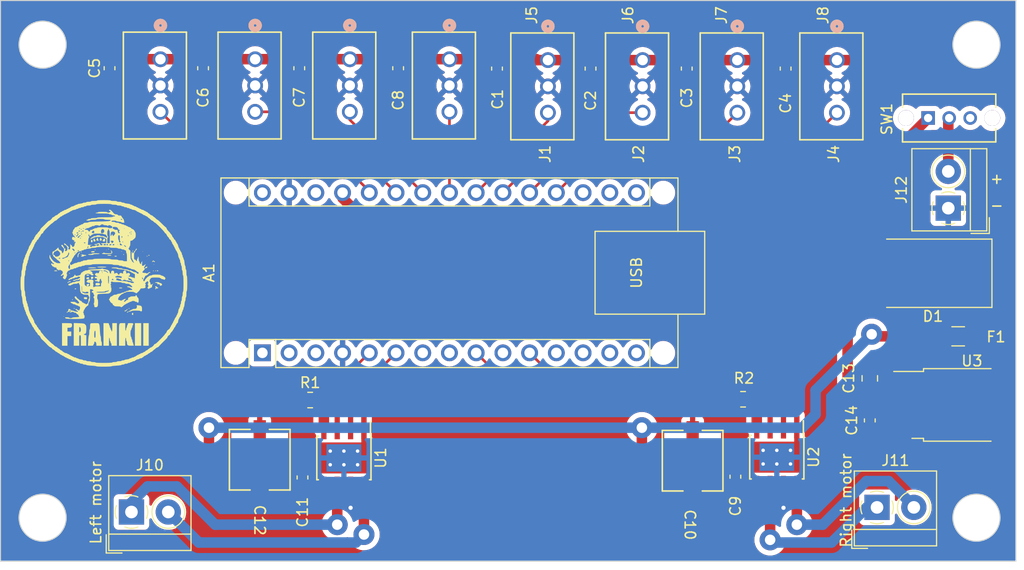
<source format=kicad_pcb>
(kicad_pcb (version 20221018) (generator pcbnew)
  (layers (0 "F.Cu" signal) (31 "B.Cu" signal) (34 "B.Paste" user) (35 "F.Paste" user) (36 "B.SilkS" user "B.Silkscreen") (37 "F.SilkS" user "F.Silkscreen") (38 "B.Mask" user) (39 "F.Mask" user) (44 "Edge.Cuts" user))
  (net 0 "")
  (net 4 "GND")
  (net 5 "rin1")
  (net 6 "rin2")
  (net 9 "lin1")
  (net 11 "lin2")
  (net 19 "out1")
  (net 20 "out2")
  (net 21 "out3")
  (net 22 "out4")
  (net 23 "out5")
  (net 24 "out6")
  (net 25 "out7")
  (net 26 "out8")
  (net 29 "+12V")
  (net 30 "+5V")
  (net 31 "Net-(D1-K)")
  (net 32 "Net-(D1-A)")
  (net 33 "rout1")
  (net 34 "lout1")
  (net 35 "rout2")
  (net 36 "lout2")
  (net 37 "Net-(J12-Pin_2)")
  (net 38 "Net-(U1-ILIM)")
  (net 39 "Net-(U2-ILIM)")
  (footprint "TerminalBlock_4Ucon:TerminalBlock_4Ucon_1x02_P3.50mm_Horizontal" (layer "F.Cu") (at 139.446 99.46)
    (fp_text reference "J10" (at 1.75 -4.46) (layer "F.SilkS"))
    (fp_text value "screw terminal")
    (pad "1" thru_hole rect (at 0 0) (size 2.4 2.4) (drill 1.2) (layers "*.Cu" "*.Mask") (net 34 "lout1"))
    (pad "2" thru_hole circle (at 3.5 0) (size 2.4 2.4) (drill 1.2) (layers "*.Cu" "*.Mask") (net 36 "lout2"))
  )
  (footprint "Diode_SMD:D_SMB-SMC_Universal_Handsoldering" (layer "F.Cu") (at 215.626 76.746 180)
    (fp_text reference "D1" (at 0 -4.1) (layer "F.SilkS"))
    (fp_text value "D_Schottky")
    (pad "1" smd trapezoid (at -3.2 0 180) (size 4.3 2.6) (rect_delta 1 0) (layers "F.Cu" "F.Paste" "F.Mask") (net 31 "Net-(D1-K)"))
    (pad "2" smd trapezoid (at 3.2 0) (size 4.3 2.6) (rect_delta 1 0) (layers "F.Cu" "F.Paste" "F.Mask") (net 32 "Net-(D1-A)"))
  )
  (footprint "frankipic:frankiLogo" (layer "F.Cu") (at 136.906 77.47)
    (fp_text reference "G***" (at 0 0) (layer "F.SilkS") (effects (font (size 1.5 1.5) (thickness 0.3))))
    (fp_text value "LOGO" hide)
  )
  (footprint "xhb3b:CONN_B3B-XH-A_JST" (layer "F.Cu") (at 151.201801 56.388 90)
    (fp_text reference "J6" (at 4.1934 35.436199 90 unlocked) (layer "F.SilkS"))
    (fp_text value "B3B-XH-A")
    (pad "1" thru_hole circle (at 0 0 90) (size 1.4986 1.4986) (drill 0.9906) (layers "*.Cu" "*.Mask") (net 30 "+5V"))
    (pad "2" thru_hole circle (at -2.5 0 90) (size 1.4986 1.4986) (drill 0.9906) (layers "*.Cu" "*.Mask") (net 4 "GND"))
    (pad "3" thru_hole circle (at -5 0 90) (size 1.4986 1.4986) (drill 0.9906) (layers "*.Cu" "*.Mask") (net 25 "out7"))
  )
  (footprint "Package_TO_SOT_SMD:TO-252-3_TabPin2" (layer "F.Cu") (at 218.041 89.271)
    (fp_text reference "U3" (at 1.295 -4.181) (layer "F.SilkS"))
    (fp_text value "KA78M05_TO252")
    (pad "1" smd roundrect (at -5.04 -2.28) (size 2.2 1.2) (layers "F.Cu" "F.Paste" "F.Mask") (roundrect_rratio 0.2083333333) (net 29 "+12V"))
    (pad "2" smd roundrect (at -5.04 0) (size 2.2 1.2) (layers "F.Cu" "F.Paste" "F.Mask") (roundrect_rratio 0.2083333333) (net 4 "GND"))
    (pad "2" smd roundrect (at -0.415 -1.525) (size 3.05 2.75) (layers "F.Cu" "F.Paste") (roundrect_rratio 0.09090909091) (net 4 "GND"))
    (pad "2" smd roundrect (at -0.415 1.525) (size 3.05 2.75) (layers "F.Cu" "F.Paste") (roundrect_rratio 0.09090909091) (net 4 "GND"))
    (pad "2" smd roundrect (at 1.26 0) (size 6.4 5.8) (layers "F.Cu" "F.Mask") (roundrect_rratio 0.04310293103) (net 4 "GND"))
    (pad "2" smd roundrect (at 2.935 -1.525) (size 3.05 2.75) (layers "F.Cu" "F.Paste") (roundrect_rratio 0.09090909091) (net 4 "GND"))
    (pad "2" smd roundrect (at 2.935 1.525) (size 3.05 2.75) (layers "F.Cu" "F.Paste") (roundrect_rratio 0.09090909091) (net 4 "GND"))
    (pad "3" smd roundrect (at -5.04 2.28) (size 2.2 1.2) (layers "F.Cu" "F.Paste" "F.Mask") (roundrect_rratio 0.2083333333) (net 30 "+5V"))
  )
  (footprint "xhb3b:CONN_B3B-XH-A_JST" (layer "F.Cu") (at 206.502 56.468 90)
    (fp_text reference "J4" (at -8.9346 -0.306 90 unlocked) (layer "F.SilkS"))
    (fp_text value "B3B-XH-A")
    (pad "1" thru_hole circle (at 0 0 90) (size 1.4986 1.4986) (drill 0.9906) (layers "*.Cu" "*.Mask") (net 30 "+5V"))
    (pad "2" thru_hole circle (at -2.5 0 90) (size 1.4986 1.4986) (drill 0.9906) (layers "*.Cu" "*.Mask") (net 4 "GND"))
    (pad "3" thru_hole circle (at -5 0 90) (size 1.4986 1.4986) (drill 0.9906) (layers "*.Cu" "*.Mask") (net 19 "out1"))
  )
  (footprint "Resistor_SMD:R_0805_2012Metric" (layer "F.Cu") (at 156.432001 88.808)
    (fp_text reference "R1" (at 0 -1.65) (layer "F.SilkS"))
    (fp_text value "15k")
    (pad "1" smd roundrect (at -0.9125 0) (size 1.025 1.4) (layers "F.Cu" "F.Paste" "F.Mask") (roundrect_rratio 0.243902439) (net 4 "GND"))
    (pad "2" smd roundrect (at 0.9125 0) (size 1.025 1.4) (layers "F.Cu" "F.Paste" "F.Mask") (roundrect_rratio 0.243902439) (net 38 "Net-(U1-ILIM)"))
  )
  (footprint "Package_SO:Texas_HTSOP-8-1EP_3.9x4.9mm_P1.27mm_EP2.95x4.9mm_Mask2.4x3.1mm_ThermalVias" (layer "F.Cu") (at 200.787 94.2419 -90)
    (fp_text reference "U2" (at 0 -3.5 90) (layer "F.SilkS"))
    (fp_text value "DRV8871DDA")
    (pad "1" smd rect (at -2.875 -1.905 270) (size 2.2 0.5) (layers "F.Cu" "F.Paste" "F.Mask") (net 4 "GND"))
    (pad "2" smd rect (at -2.875 -0.635 270) (size 2.2 0.5) (layers "F.Cu" "F.Paste" "F.Mask") (net 6 "rin2"))
    (pad "3" smd rect (at -2.875 0.635 270) (size 2.2 0.5) (layers "F.Cu" "F.Paste" "F.Mask") (net 5 "rin1"))
    (pad "4" smd rect (at -2.875 1.905 270) (size 2.2 0.5) (layers "F.Cu" "F.Paste" "F.Mask") (net 39 "Net-(U2-ILIM)"))
    (pad "5" smd rect (at 2.875 1.905 270) (size 2.2 0.5) (layers "F.Cu" "F.Paste" "F.Mask") (net 29 "+12V"))
    (pad "6" smd rect (at 2.875 0.635 270) (size 2.2 0.5) (layers "F.Cu" "F.Paste" "F.Mask") (net 33 "rout1"))
    (pad "7" smd rect (at 2.875 -0.635 270) (size 2.2 0.5) (layers "F.Cu" "F.Paste" "F.Mask") (net 4 "GND"))
    (pad "8" smd rect (at 2.875 -1.905 270) (size 2.2 0.5) (layers "F.Cu" "F.Paste" "F.Mask") (net 35 "rout2"))
    (pad "9" thru_hole circle (at -0.65 -1.3 270) (size 0.63 0.63) (drill 0.33) (layers "*.Cu" "*.Mask") (net 4 "GND"))
    (pad "9" thru_hole circle (at -0.65 0 270) (size 0.63 0.63) (drill 0.33) (layers "*.Cu" "*.Mask") (net 4 "GND"))
    (pad "9" thru_hole circle (at -0.65 1.3 270) (size 0.63 0.63) (drill 0.33) (layers "*.Cu" "*.Mask") (net 4 "GND"))
    (pad "9" smd rect (at 0 0 270) (size 2.6 3.3) (layers "B.Cu") (net 4 "GND"))
    (pad "9" smd rect (at 0 0 270) (size 2.95 4.9) (layers "F.Cu") (net 4 "GND"))
    (pad "9" thru_hole circle (at 0.65 -1.3 270) (size 0.63 0.63) (drill 0.33) (layers "*.Cu" "*.Mask") (net 4 "GND"))
    (pad "9" thru_hole circle (at 0.65 0 270) (size 0.63 0.63) (drill 0.33) (layers "*.Cu" "*.Mask") (net 4 "GND"))
    (pad "9" thru_hole circle (at 0.65 1.3 270) (size 0.63 0.63) (drill 0.33) (layers "*.Cu" "*.Mask") (net 4 "GND"))
  )
  (footprint "xhb3b:CONN_B3B-XH-A_JST" (layer "F.Cu") (at 142.201801 56.388 90)
    (fp_text reference "J5" (at 4.1934 35.292199 90 unlocked) (layer "F.SilkS"))
    (fp_text value "B3B-XH-A")
    (pad "1" thru_hole circle (at 0 0 90) (size 1.4986 1.4986) (drill 0.9906) (layers "*.Cu" "*.Mask") (net 30 "+5V"))
    (pad "2" thru_hole circle (at -2.5 0 90) (size 1.4986 1.4986) (drill 0.9906) (layers "*.Cu" "*.Mask") (net 4 "GND"))
    (pad "3" thru_hole circle (at -5 0 90) (size 1.4986 1.4986) (drill 0.9906) (layers "*.Cu" "*.Mask") (net 26 "out8"))
  )
  (footprint "xhb3b:CONN_B3B-XH-A_JST" (layer "F.Cu") (at 160.201801 56.388 90)
    (fp_text reference "J7" (at 4.1934 35.326199 90 unlocked) (layer "F.SilkS"))
    (fp_text value "B3B-XH-A")
    (pad "1" thru_hole circle (at 0 0 90) (size 1.4986 1.4986) (drill 0.9906) (layers "*.Cu" "*.Mask") (net 30 "+5V"))
    (pad "2" thru_hole circle (at -2.5 0 90) (size 1.4986 1.4986) (drill 0.9906) (layers "*.Cu" "*.Mask") (net 4 "GND"))
    (pad "3" thru_hole circle (at -5 0 90) (size 1.4986 1.4986) (drill 0.9906) (layers "*.Cu" "*.Mask") (net 24 "out6"))
  )
  (footprint "Capacitor_SMD:C_0603_1608Metric_Pad1.08x0.95mm_HandSolder" (layer "F.Cu") (at 146.252 57.2406 90)
    (fp_text reference "C6" (at -2.794 0 90) (layer "F.SilkS"))
    (fp_text value "0.1uf")
    (pad "1" smd roundrect (at -0.8625 0 90) (size 1.075 0.95) (layers "F.Cu" "F.Paste" "F.Mask") (net 4 "GND"))
    (pad "2" smd roundrect (at 0.8625 0 90) (size 1.075 0.95) (layers "F.Cu" "F.Paste" "F.Mask") (net 30 "+5V"))
  )
  (footprint "Module:Arduino_Nano_WithMountingHoles" (layer "F.Cu") (at 151.892 84.318 90)
    (fp_text reference "A1" (at 7.62 -5.08 90) (layer "F.SilkS"))
    (fp_text value "Arduino_Nano_v3.x")
    (fp_text user "USB" (at 7.62 35.56 90 unlocked) (layer "F.SilkS"))
    (pad "" np_thru_hole circle (at 0 -2.54 90) (size 1.78 1.78) (drill 1.78) (layers "*.Cu" "*.Mask"))
    (pad "" np_thru_hole circle (at 0 38.1 90) (size 1.78 1.78) (drill 1.78) (layers "*.Cu" "*.Mask"))
    (pad "" np_thru_hole circle (at 15.24 -2.54 90) (size 1.78 1.78) (drill 1.78) (layers "*.Cu" "*.Mask"))
    (pad "" np_thru_hole circle (at 15.24 38.1 90) (size 1.78 1.78) (drill 1.78) (layers "*.Cu" "*.Mask"))
    (pad "1" thru_hole rect (at 0 0 90) (size 1.6 1.6) (drill 1) (layers "*.Cu" "*.Mask"))
    (pad "2" thru_hole oval (at 0 2.54 90) (size 1.6 1.6) (drill 1) (layers "*.Cu" "*.Mask"))
    (pad "3" thru_hole oval (at 0 5.08 90) (size 1.6 1.6) (drill 1) (layers "*.Cu" "*.Mask"))
    (pad "4" thru_hole oval (at 0 7.62 90) (size 1.6 1.6) (drill 1) (layers "*.Cu" "*.Mask") (net 4 "GND"))
    (pad "5" thru_hole oval (at 0 10.16 90) (size 1.6 1.6) (drill 1) (layers "*.Cu" "*.Mask") (net 9 "lin1"))
    (pad "6" thru_hole oval (at 0 12.7 90) (size 1.6 1.6) (drill 1) (layers "*.Cu" "*.Mask") (net 11 "lin2"))
    (pad "7" thru_hole oval (at 0 15.24 90) (size 1.6 1.6) (drill 1) (layers "*.Cu" "*.Mask"))
    (pad "8" thru_hole oval (at 0 17.78 90) (size 1.6 1.6) (drill 1) (layers "*.Cu" "*.Mask"))
    (pad "9" thru_hole oval (at 0 20.32 90) (size 1.6 1.6) (drill 1) (layers "*.Cu" "*.Mask") (net 5 "rin1"))
    (pad "10" thru_hole oval (at 0 22.86 90) (size 1.6 1.6) (drill 1) (layers "*.Cu" "*.Mask"))
    (pad "11" thru_hole oval (at 0 25.4 90) (size 1.6 1.6) (drill 1) (layers "*.Cu" "*.Mask") (net 6 "rin2"))
    (pad "12" thru_hole oval (at 0 27.94 90) (size 1.6 1.6) (drill 1) (layers "*.Cu" "*.Mask"))
    (pad "13" thru_hole oval (at 0 30.48 90) (size 1.6 1.6) (drill 1) (layers "*.Cu" "*.Mask"))
    (pad "14" thru_hole oval (at 0 33.02 90) (size 1.6 1.6) (drill 1) (layers "*.Cu" "*.Mask"))
    (pad "15" thru_hole oval (at 0 35.56 90) (size 1.6 1.6) (drill 1) (layers "*.Cu" "*.Mask"))
    (pad "16" thru_hole oval (at 15.24 35.56 90) (size 1.6 1.6) (drill 1) (layers "*.Cu" "*.Mask"))
    (pad "17" thru_hole oval (at 15.24 33.02 90) (size 1.6 1.6) (drill 1) (layers "*.Cu" "*.Mask"))
    (pad "18" thru_hole oval (at 15.24 30.48 90) (size 1.6 1.6) (drill 1) (layers "*.Cu" "*.Mask"))
    (pad "19" thru_hole oval (at 15.24 27.94 90) (size 1.6 1.6) (drill 1) (layers "*.Cu" "*.Mask") (net 19 "out1"))
    (pad "20" thru_hole oval (at 15.24 25.4 90) (size 1.6 1.6) (drill 1) (layers "*.Cu" "*.Mask") (net 20 "out2"))
    (pad "21" thru_hole oval (at 15.24 22.86 90) (size 1.6 1.6) (drill 1) (layers "*.Cu" "*.Mask") (net 21 "out3"))
    (pad "22" thru_hole oval (at 15.24 20.32 90) (size 1.6 1.6) (drill 1) (layers "*.Cu" "*.Mask") (net 22 "out4"))
    (pad "23" thru_hole oval (at 15.24 17.78 90) (size 1.6 1.6) (drill 1) (layers "*.Cu" "*.Mask") (net 23 "out5"))
    (pad "24" thru_hole oval (at 15.24 15.24 90) (size 1.6 1.6) (drill 1) (layers "*.Cu" "*.Mask") (net 24 "out6"))
    (pad "25" thru_hole oval (at 15.24 12.7 90) (size 1.6 1.6) (drill 1) (layers "*.Cu" "*.Mask") (net 25 "out7"))
    (pad "26" thru_hole oval (at 15.24 10.16 90) (size 1.6 1.6) (drill 1) (layers "*.Cu" "*.Mask") (net 26 "out8"))
    (pad "27" thru_hole oval (at 15.24 7.62 90) (size 1.6 1.6) (drill 1) (layers "*.Cu" "*.Mask") (net 30 "+5V"))
    (pad "28" thru_hole oval (at 15.24 5.08 90) (size 1.6 1.6) (drill 1) (layers "*.Cu" "*.Mask"))
    (pad "29" thru_hole oval (at 15.24 2.54 90) (size 1.6 1.6) (drill 1) (layers "*.Cu" "*.Mask") (net 4 "GND"))
    (pad "30" thru_hole oval (at 15.24 0 90) (size 1.6 1.6) (drill 1) (layers "*.Cu" "*.Mask"))
  )
  (footprint "c&k slide switch:SPDT_OS102011_CNK" (layer "F.Cu") (at 215.170001 61.976 90)
    (fp_text reference "SW1" (at -0.104 -3.926 90 unlocked) (layer "F.SilkS"))
    (fp_text value "SW_SPDT")
    (pad "1" thru_hole rect (at 0 0 90) (size 1.2954 1.2954) (drill 0.7874) (layers "*.Cu" "*.Mask") (net 32 "Net-(D1-A)"))
    (pad "2" thru_hole circle (at 0 2 90) (size 1.2954 1.2954) (drill 0.7874) (layers "*.Cu" "*.Mask") (net 37 "Net-(J12-Pin_2)"))
    (pad "3" thru_hole circle (at 0 4.000001 90) (size 1.2954 1.2954) (drill 0.7874) (layers "*.Cu" "*.Mask"))
    (pad "4" thru_hole circle (at 0 -2.100001 180) (size 1.4986 1.4986) (drill 1.4986) (layers "*.Cu" "*.Mask"))
    (pad "5" thru_hole circle (at 0 6.1 180) (size 1.4986 1.4986) (drill 1.4986) (layers "*.Cu" "*.Mask"))
  )
  (footprint "xhb3b:CONN_B3B-XH-A_JST" (layer "F.Cu") (at 179.031801 56.468 90)
    (fp_text reference "J1" (at -8.9346 -0.267801 90 unlocked) (layer "F.SilkS"))
    (fp_text value "B3B-XH-A")
    (pad "1" thru_hole circle (at 0 0 90) (size 1.4986 1.4986) (drill 0.9906) (layers "*.Cu" "*.Mask") (net 30 "+5V"))
    (pad "2" thru_hole circle (at -2.5 0 90) (size 1.4986 1.4986) (drill 0.9906) (layers "*.Cu" "*.Mask") (net 4 "GND"))
    (pad "3" thru_hole circle (at -5 0 90) (size 1.4986 1.4986) (drill 0.9906) (layers "*.Cu" "*.Mask") (net 22 "out4"))
  )
  (footprint "Capacitor_SMD:C_0603_1608Metric_Pad1.08x0.95mm_HandSolder" (layer "F.Cu") (at 201.624001 57.2746 90)
    (fp_text reference "C4" (at -3.302 0 90) (layer "F.SilkS"))
    (fp_text value "0.1uf")
    (pad "1" smd roundrect (at -0.8625 0 90) (size 1.075 0.95) (layers "F.Cu" "F.Paste" "F.Mask") (net 4 "GND"))
    (pad "2" smd roundrect (at 0.8625 0 90) (size 1.075 0.95) (layers "F.Cu" "F.Paste" "F.Mask") (net 30 "+5V"))
  )
  (footprint "Capacitor_SMD:C_0603_1608Metric_Pad1.08x0.95mm_HandSolder" (layer "F.Cu") (at 196.85 96.1009 90)
    (fp_text reference "C9" (at -2.794 0 90) (layer "F.SilkS"))
    (fp_text value "0.1uf")
    (pad "1" smd roundrect (at -0.8625 0 90) (size 1.075 0.95) (layers "F.Cu" "F.Paste" "F.Mask") (net 29 "+12V"))
    (pad "2" smd roundrect (at 0.8625 0 90) (size 1.075 0.95) (layers "F.Cu" "F.Paste" "F.Mask") (net 4 "GND"))
  )
  (footprint "Capacitor_SMD:C_0603_1608Metric_Pad1.08x0.95mm_HandSolder" (layer "F.Cu") (at 209.626 90.746 90)
    (fp_text reference "C14" (at 0 -1.72 90) (layer "F.SilkS"))
    (fp_text value "0.1uf")
    (pad "1" smd roundrect (at -0.8625 0 90) (size 1.075 0.95) (layers "F.Cu" "F.Paste" "F.Mask") (net 30 "+5V"))
    (pad "2" smd roundrect (at 0.8625 0 90) (size 1.075 0.95) (layers "F.Cu" "F.Paste" "F.Mask") (net 4 "GND"))
  )
  (footprint "Fuse:Fuse_1206_3216Metric" (layer "F.Cu") (at 218.025999 82.745999 180)
    (fp_text reference "F1" (at -3.596001 -0.058) (layer "F.SilkS"))
    (fp_text value "10a")
    (pad "1" smd roundrect (at -1.4 0 180) (size 1.25 1.75) (layers "F.Cu" "F.Paste" "F.Mask") (roundrect_rratio 0.2) (net 31 "Net-(D1-K)"))
    (pad "2" smd roundrect (at 1.4 0 180) (size 1.25 1.75) (layers "F.Cu" "F.Paste" "F.Mask") (roundrect_rratio 0.2) (net 29 "+12V"))
  )
  (footprint "Resistor_SMD:R_0805_2012Metric" (layer "F.Cu") (at 197.58 88.7349 180)
    (fp_text reference "R2" (at -0.0875 2) (layer "F.SilkS"))
    (fp_text value "15k")
    (pad "1" smd roundrect (at -0.9125 0 180) (size 1.025 1.4) (layers "F.Cu" "F.Paste" "F.Mask") (roundrect_rratio 0.243902439) (net 39 "Net-(U2-ILIM)"))
    (pad "2" smd roundrect (at 0.9125 0 180) (size 1.025 1.4) (layers "F.Cu" "F.Paste" "F.Mask") (roundrect_rratio 0.243902439) (net 4 "GND"))
  )
  (footprint "22uf electrolytic:CAP_EEFK_C_PAN" (layer "F.Cu") (at 192.786 94.576901 90)
    (fp_text reference "C10" (at -6.096 -0.254 -90 unlocked) (layer "F.SilkS"))
    (fp_text value "22uf")
    (pad "1" smd rect (at -2.4511 0 90) (size 2.6162 1.1684) (layers "F.Cu" "F.Paste" "F.Mask") (net 29 "+12V"))
    (pad "2" smd rect (at 2.4511 0 90) (size 2.6162 1.1684) (layers "F.Cu" "F.Paste" "F.Mask") (net 4 "GND"))
    (zone (net 0) (net_name "") (layer "F.Cu") (connect_pads (clearance 0)) (min_thickness 0.254)
      (keepout (tracks not_allowed) (vias not_allowed) (pads allowed) (copperpour not_allowed) (footprints allowed))
      (fill (thermal_gap 0.508) (thermal_bridge_width 0.508))
      (polygon (pts (xy 190.0809 97.282001) (xy 190.0809 91.871801) (xy 192.151 91.871801) (xy 192.151 97.282001)))
    )
    (zone (net 0) (net_name "") (layer "F.Cu") (connect_pads (clearance 0)) (min_thickness 0.254)
      (keepout (tracks not_allowed) (vias not_allowed) (pads allowed) (copperpour not_allowed) (footprints allowed))
      (fill (thermal_gap 0.508) (thermal_bridge_width 0.508))
      (polygon (pts (xy 192.151 95.669101) (xy 192.151 93.484701) (xy 193.421 93.484701) (xy 193.421 95.669101)))
    )
    (zone (net 0) (net_name "") (layer "F.Cu") (connect_pads (clearance 0)) (min_thickness 0.254)
      (keepout (tracks not_allowed) (vias not_allowed) (pads allowed) (copperpour not_allowed) (footprints allowed))
      (fill (thermal_gap 0.508) (thermal_bridge_width 0.508))
      (polygon (pts (xy 193.421 97.282001) (xy 193.421 91.871801) (xy 195.4911 91.871801) (xy 195.4911 97.282001)))
    )
  )
  (footprint "Capacitor_SMD:C_0603_1608Metric_Pad1.08x0.95mm_HandSolder" (layer "F.Cu") (at 137.362 57.2406 90)
    (fp_text reference "C5" (at 0 -1.43 90) (layer "F.SilkS"))
    (fp_text value "0.1uf")
    (pad "1" smd roundrect (at -0.8625 0 90) (size 1.075 0.95) (layers "F.Cu" "F.Paste" "F.Mask") (net 4 "GND"))
    (pad "2" smd roundrect (at 0.8625 0 90) (size 1.075 0.95) (layers "F.Cu" "F.Paste" "F.Mask") (net 30 "+5V"))
  )
  (footprint "Package_SO:Texas_HTSOP-8-1EP_3.9x4.9mm_P1.27mm_EP2.95x4.9mm_Mask2.4x3.1mm_ThermalVias" (layer "F.Cu") (at 159.639001 94.315 -90)
    (fp_text reference "U1" (at 0 -3.5 90) (layer "F.SilkS"))
    (fp_text value "DRV8871DDA")
    (pad "1" smd rect (at -2.875 -1.905 270) (size 2.2 0.5) (layers "F.Cu" "F.Paste" "F.Mask") (net 4 "GND"))
    (pad "2" smd rect (at -2.875 -0.635 270) (size 2.2 0.5) (layers "F.Cu" "F.Paste" "F.Mask") (net 11 "lin2"))
    (pad "3" smd rect (at -2.875 0.635 270) (size 2.2 0.5) (layers "F.Cu" "F.Paste" "F.Mask") (net 9 "lin1"))
    (pad "4" smd rect (at -2.875 1.905 270) (size 2.2 0.5) (layers "F.Cu" "F.Paste" "F.Mask") (net 38 "Net-(U1-ILIM)"))
    (pad "5" smd rect (at 2.875 1.905 270) (size 2.2 0.5) (layers "F.Cu" "F.Paste" "F.Mask") (net 29 "+12V"))
    (pad "6" smd rect (at 2.875 0.635 270) (size 2.2 0.5) (layers "F.Cu" "F.Paste" "F.Mask") (net 34 "lout1"))
    (pad "7" smd rect (at 2.875 -0.635 270) (size 2.2 0.5) (layers "F.Cu" "F.Paste" "F.Mask") (net 4 "GND"))
    (pad "8" smd rect (at 2.875 -1.905 270) (size 2.2 0.5) (layers "F.Cu" "F.Paste" "F.Mask") (net 36 "lout2"))
    (pad "9" thru_hole circle (at -0.65 -1.3 270) (size 0.63 0.63) (drill 0.33) (layers "*.Cu" "*.Mask") (net 4 "GND"))
    (pad "9" thru_hole circle (at -0.65 0 270) (size 0.63 0.63) (drill 0.33) (layers "*.Cu" "*.Mask") (net 4 "GND"))
    (pad "9" thru_hole circle (at -0.65 1.3 270) (size 0.63 0.63) (drill 0.33) (layers "*.Cu" "*.Mask") (net 4 "GND"))
    (pad "9" smd rect (at 0 0 270) (size 2.6 3.3) (layers "B.Cu") (net 4 "GND"))
    (pad "9" smd rect (at 0 0 270) (size 2.95 4.9) (layers "F.Cu") (net 4 "GND"))
    (pad "9" thru_hole circle (at 0.65 -1.3 270) (size 0.63 0.63) (drill 0.33) (layers "*.Cu" "*.Mask") (net 4 "GND"))
    (pad "9" thru_hole circle (at 0.65 0 270) (size 0.63 0.63) (drill 0.33) (layers "*.Cu" "*.Mask") (net 4 "GND"))
    (pad "9" thru_hole circle (at 0.65 1.3 270) (size 0.63 0.63) (drill 0.33) (layers "*.Cu" "*.Mask") (net 4 "GND"))
  )
  (footprint "22uf electrolytic:CAP_EEFK_C_PAN" (layer "F.Cu") (at 151.638001 94.484901 90)
    (fp_text reference "C12" (at -5.7531 0 -90 unlocked) (layer "F.SilkS"))
    (fp_text value "22uf")
    (pad "1" smd rect (at -2.4511 0 90) (size 2.6162 1.1684) (layers "F.Cu" "F.Paste" "F.Mask") (net 29 "+12V"))
    (pad "2" smd rect (at 2.4511 0 90) (size 2.6162 1.1684) (layers "F.Cu" "F.Paste" "F.Mask") (net 4 "GND"))
    (zone (net 0) (net_name "") (layer "F.Cu") (connect_pads (clearance 0)) (min_thickness 0.254)
      (keepout (tracks not_allowed) (vias not_allowed) (pads allowed) (copperpour not_allowed) (footprints allowed))
      (fill (thermal_gap 0.508) (thermal_bridge_width 0.508))
      (polygon (pts (xy 148.932901 97.190001) (xy 148.932901 91.779801) (xy 151.003001 91.779801) (xy 151.003001 97.190001)))
    )
    (zone (net 0) (net_name "") (layer "F.Cu") (connect_pads (clearance 0)) (min_thickness 0.254)
      (keepout (tracks not_allowed) (vias not_allowed) (pads allowed) (copperpour not_allowed) (footprints allowed))
      (fill (thermal_gap 0.508) (thermal_bridge_width 0.508))
      (polygon (pts (xy 151.003001 95.577101) (xy 151.003001 93.392701) (xy 152.273001 93.392701) (xy 152.273001 95.577101)))
    )
    (zone (net 0) (net_name "") (layer "F.Cu") (connect_pads (clearance 0)) (min_thickness 0.254)
      (keepout (tracks not_allowed) (vias not_allowed) (pads allowed) (copperpour not_allowed) (footprints allowed))
      (fill (thermal_gap 0.508) (thermal_bridge_width 0.508))
      (polygon (pts (xy 152.273001 97.190001) (xy 152.273001 91.779801) (xy 154.343101 91.779801) (xy 154.343101 97.190001)))
    )
  )
  (footprint "Capacitor_SMD:C_0805_2012Metric" (layer "F.Cu") (at 209.626 86.746 -90)
    (fp_text reference "C13" (at 0 2 90) (layer "F.SilkS"))
    (fp_text value "0.33uf")
    (pad "1" smd roundrect (at -0.95 0 270) (size 1 1.45) (layers "F.Cu" "F.Paste" "F.Mask") (net 29 "+12V"))
    (pad "2" smd roundrect (at 0.95 0 270) (size 1 1.45) (layers "F.Cu" "F.Paste" "F.Mask") (net 4 "GND"))
  )
  (footprint "TerminalBlock_4Ucon:TerminalBlock_4Ucon_1x02_P3.50mm_Horizontal" (layer "F.Cu") (at 217.086 70.556 90)
    (fp_text reference "J12" (at 1.75 -4.46 90) (layer "F.SilkS"))
    (fp_text value "screw terminal")
    (pad "1" thru_hole rect (at 0 0 90) (size 2.4 2.4) (drill 1.2) (layers "*.Cu" "*.Mask") (net 4 "GND"))
    (pad "2" thru_hole circle (at 3.5 0 90) (size 2.4 2.4) (drill 1.2) (layers "*.Cu" "*.Mask") (net 37 "Net-(J12-Pin_2)"))
  )
  (footprint "xhb3b:CONN_B3B-XH-A_JST" (layer "F.Cu") (at 169.672 56.388 90)
    (fp_text reference "J8" (at 4.1934 35.508 90 unlocked) (layer "F.SilkS"))
    (fp_text value "B3B-XH-A")
    (pad "1" thru_hole circle (at 0 0 90) (size 1.4986 1.4986) (drill 0.9906) (layers "*.Cu" "*.Mask") (net 30 "+5V"))
    (pad "2" thru_hole circle (at -2.5 0 90) (size 1.4986 1.4986) (drill 0.9906) (layers "*.Cu" "*.Mask") (net 4 "GND"))
    (pad "3" thru_hole circle (at -5 0 90) (size 1.4986 1.4986) (drill 0.9906) (layers "*.Cu" "*.Mask") (net 23 "out5"))
  )
  (footprint "TerminalBlock_4Ucon:TerminalBlock_4Ucon_1x02_P3.50mm_Horizontal" (layer "F.Cu") (at 210.312 99.02)
    (fp_text reference "J11" (at 1.75 -4.46) (layer "F.SilkS"))
    (fp_text value "screw terminal")
    (pad "1" thru_hole rect (at 0 0) (size 2.4 2.4) (drill 1.2) (layers "*.Cu" "*.Mask") (net 33 "rout1"))
    (pad "2" thru_hole circle (at 3.5 0) (size 2.4 2.4) (drill 1.2) (layers "*.Cu" "*.Mask") (net 35 "rout2"))
  )
  (footprint "Capacitor_SMD:C_0603_1608Metric_Pad1.08x0.95mm_HandSolder" (layer "F.Cu") (at 164.794 57.2406 90)
    (fp_text reference "C8" (at -3.048 0 90) (layer "F.SilkS"))
    (fp_text value "0.1uf")
    (pad "1" smd roundrect (at -0.8625 0 90) (size 1.075 0.95) (layers "F.Cu" "F.Paste" "F.Mask") (net 4 "GND"))
    (pad "2" smd roundrect (at 0.8625 0 90) (size 1.075 0.95) (layers "F.Cu" "F.Paste" "F.Mask") (net 30 "+5V"))
  )
  (footprint "Capacitor_SMD:C_0603_1608Metric_Pad1.08x0.95mm_HandSolder" (layer "F.Cu") (at 192.226 57.2746 90)
    (fp_text reference "C3" (at -2.794 0 90) (layer "F.SilkS"))
    (fp_text value "0.1uf")
    (pad "1" smd roundrect (at -0.8625 0 90) (size 1.075 0.95) (layers "F.Cu" "F.Paste" "F.Mask") (net 4 "GND"))
    (pad "2" smd roundrect (at 0.8625 0 90) (size 1.075 0.95) (layers "F.Cu" "F.Paste" "F.Mask") (net 30 "+5V"))
  )
  (footprint "xhb3b:CONN_B3B-XH-A_JST" (layer "F.Cu") (at 188.031801 56.468 90)
    (fp_text reference "J2" (at -8.9346 -0.377801 90 unlocked) (layer "F.SilkS"))
    (fp_text value "B3B-XH-A")
    (pad "1" thru_hole circle (at 0 0 90) (size 1.4986 1.4986) (drill 0.9906) (layers "*.Cu" "*.Mask") (net 30 "+5V"))
    (pad "2" thru_hole circle (at -2.5 0 90) (size 1.4986 1.4986) (drill 0.9906) (layers "*.Cu" "*.Mask") (net 4 "GND"))
    (pad "3" thru_hole circle (at -5 0 90) (size 1.4986 1.4986) (drill 0.9906) (layers "*.Cu" "*.Mask") (net 21 "out3"))
  )
  (footprint "Capacitor_SMD:C_0603_1608Metric_Pad1.08x0.95mm_HandSolder" (layer "F.Cu") (at 155.396 57.2406 90)
    (fp_text reference "C7" (at -2.794 0 90) (layer "F.SilkS"))
    (fp_text value "0.1uf")
    (pad "1" smd roundrect (at -0.8625 0 90) (size 1.075 0.95) (layers "F.Cu" "F.Paste" "F.Mask") (net 4 "GND"))
    (pad "2" smd roundrect (at 0.8625 0 90) (size 1.075 0.95) (layers "F.Cu" "F.Paste" "F.Mask") (net 30 "+5V"))
  )
  (footprint "xhb3b:CONN_B3B-XH-A_JST" (layer "F.Cu") (at 197.031801 56.468 90)
    (fp_text reference "J3" (at -8.9346 -0.233801 90 unlocked) (layer "F.SilkS"))
    (fp_text value "B3B-XH-A")
    (pad "1" thru_hole circle (at 0 0 90) (size 1.4986 1.4986) (drill 0.9906) (layers "*.Cu" "*.Mask") (net 30 "+5V"))
    (pad "2" thru_hole circle (at -2.5 0 90) (size 1.4986 1.4986) (drill 0.9906) (layers "*.Cu" "*.Mask") (net 4 "GND"))
    (pad "3" thru_hole circle (at -5 0 90) (size 1.4986 1.4986) (drill 0.9906) (layers "*.Cu" "*.Mask") (net 20 "out2"))
  )
  (footprint "Capacitor_SMD:C_0603_1608Metric_Pad1.08x0.95mm_HandSolder" (layer "F.Cu") (at 174.191999 57.2746 90)
    (fp_text reference "C1" (at -2.9234 0.052001 90) (layer "F.SilkS"))
    (fp_text value "0.1uf")
    (pad "1" smd roundrect (at -0.8625 0 90) (size 1.075 0.95) (layers "F.Cu" "F.Paste" "F.Mask") (net 4 "GND"))
    (pad "2" smd roundrect (at 0.8625 0 90) (size 1.075 0.95) (layers "F.Cu" "F.Paste" "F.Mask") (net 30 "+5V"))
  )
  (footprint "Capacitor_SMD:C_0603_1608Metric_Pad1.08x0.95mm_HandSolder" (layer "F.Cu") (at 155.702001 96.174001 90)
    (fp_text reference "C11" (at -3.302 0 90) (layer "F.SilkS"))
    (fp_text value "0.1uf")
    (pad "1" smd roundrect (at -0.8625 0 90) (size 1.075 0.95) (layers "F.Cu" "F.Paste" "F.Mask") (net 29 "+12V"))
    (pad "2" smd roundrect (at 0.8625 0 90) (size 1.075 0.95) (layers "F.Cu" "F.Paste" "F.Mask") (net 4 "GND"))
  )
  (footprint "Capacitor_SMD:C_0603_1608Metric_Pad1.08x0.95mm_HandSolder" (layer "F.Cu") (at 183.082 57.2746 90)
    (fp_text reference "C2" (at -3.048 0 90) (layer "F.SilkS"))
    (fp_text value "0.1uf")
    (pad "1" smd roundrect (at -0.8625 0 90) (size 1.075 0.95) (layers "F.Cu" "F.Paste" "F.Mask") (net 4 "GND"))
    (pad "2" smd roundrect (at 0.8625 0 90) (size 1.075 0.95) (layers "F.Cu" "F.Paste" "F.Mask") (net 30 "+5V"))
  )
  (gr_circle (center 131 100) (end 133 101) (stroke (width 0.1)) (fill none) (layer "Edge.Cuts"))
  (gr_circle (center 131 55) (end 133 56) (stroke (width 0.1)) (fill none) (layer "Edge.Cuts"))
  (gr_circle (center 219.763933 55) (end 221.763933 56) (stroke (width 0.1)) (fill none) (layer "Edge.Cuts"))
  (gr_circle (center 219.763933 100) (end 221.763933 101) (stroke (width 0.1)) (fill none) (layer "Edge.Cuts"))
  (gr_rect (start 127 50.8) (end 223.52 104.14) (stroke (width 0.1)) (fill none) (layer "Edge.Cuts"))
  (gr_text "Right motor" (at 207.956 102.93 90) (layer "F.SilkS") (effects (font (size 1 1)) (justify left bottom)))
  (gr_text "+" (at 220.98 68.326) (layer "F.SilkS") (effects (font (size 1 1)) (justify left bottom)))
  (gr_text "-\n" (at 220.98 70.866) (layer "F.SilkS") (effects (font (size 1 1)) (justify left bottom)))
  (gr_text "Left motor" (at 136.652 102.616 90) (layer "F.SilkS") (effects (font (size 1 1)) (justify left bottom)))
  (segment (start 160.274001 97.19) (end 160.274 99.06) (width 0.25) (layer "F.Cu") (net 4))
  (segment (start 201.422 97.1169) (end 201.422 99.06) (width 0.25) (layer "F.Cu") (net 4))
  (via (at 201.422 99.06) (size 0.8) (drill 0.4) (layers "F.Cu" "B.Cu") (net 4))
  (via (at 160.274 99.06) (size 0.8) (drill 0.4) (layers "F.Cu" "B.Cu") (net 4))
  (segment (start 199.405636 87.122) (end 200.152 87.868364) (width 0.25) (layer "F.Cu") (net 5))
  (segment (start 175.016 87.122) (end 199.405636 87.122) (width 0.25) (layer "F.Cu") (net 5))
  (segment (start 172.212 84.318) (end 175.016 87.122) (width 0.25) (layer "F.Cu") (net 5))
  (segment (start 200.152 87.868364) (end 200.152 91.3669) (width 0.25) (layer "F.Cu") (net 5))
  (segment (start 177.292 84.318) (end 179.08 86.106) (width 0.25) (layer "F.Cu") (net 6))
  (segment (start 201.422 87.376) (end 201.422 91.3669) (width 0.25) (layer "F.Cu") (net 6))
  (segment (start 179.08 86.106) (end 200.152 86.106) (width 0.25) (layer "F.Cu") (net 6))
  (segment (start 200.152 86.106) (end 201.422 87.376) (width 0.25) (layer "F.Cu") (net 6))
  (segment (start 159.004001 87.365999) (end 162.052 84.318) (width 0.25) (layer "F.Cu") (net 9))
  (segment (start 159.004001 91.44) (end 159.004001 87.365999) (width 0.25) (layer "F.Cu") (net 9))
  (segment (start 160.274001 88.645999) (end 164.592 84.328) (width 0.25) (layer "F.Cu") (net 11))
  (segment (start 160.274001 91.44) (end 160.274001 88.645999) (width 0.25) (layer "F.Cu") (net 11))
  (segment (start 164.592 84.328) (end 164.592 84.318) (width 0.25) (layer "F.Cu") (net 11))
  (segment (start 184.394 64.516) (end 203.454 64.516) (width 0.25) (layer "F.Cu") (net 19))
  (segment (start 179.832 69.078) (end 184.394 64.516) (width 0.25) (layer "F.Cu") (net 19))
  (segment (start 203.454 64.516) (end 206.502 61.468) (width 0.25) (layer "F.Cu") (net 19))
  (segment (start 183.378 62.992) (end 195.507801 62.992) (width 0.25) (layer "F.Cu") (net 20))
  (segment (start 195.507801 62.992) (end 197.031801 61.468) (width 0.25) (layer "F.Cu") (net 20))
  (segment (start 177.292 69.078) (end 183.378 62.992) (width 0.25) (layer "F.Cu") (net 20))
  (segment (start 182.362 61.468) (end 188.031801 61.468) (width 0.25) (layer "F.Cu") (net 21))
  (segment (start 174.752 69.078) (end 182.362 61.468) (width 0.25) (layer "F.Cu") (net 21))
  (segment (start 179.031801 62.258199) (end 179.031801 61.468) (width 0.25) (layer "F.Cu") (net 22))
  (segment (start 172.212 69.078) (end 179.031801 62.258199) (width 0.25) (layer "F.Cu") (net 22))
  (segment (start 169.672 61.388) (end 169.672 69.078) (width 0.25) (layer "F.Cu") (net 23))
  (segment (start 160.201801 62.147801) (end 160.201801 61.388) (width 0.25) (layer "F.Cu") (net 24))
  (segment (start 167.132 69.078) (end 160.201801 62.147801) (width 0.25) (layer "F.Cu") (net 24))
  (segment (start 156.902 61.388) (end 164.592 69.078) (width 0.25) (layer "F.Cu") (net 25))
  (segment (start 151.201801 61.388) (end 156.902 61.388) (width 0.25) (layer "F.Cu") (net 25))
  (segment (start 162.052 69.078) (end 162.052 68.937274) (width 0.25) (layer "F.Cu") (net 26))
  (segment (start 162.052 68.937274) (end 156.868726 63.754) (width 0.25) (layer "F.Cu") (net 26))
  (segment (start 156.868726 63.754) (end 144.567801 63.754) (width 0.25) (layer "F.Cu") (net 26))
  (segment (start 144.567801 63.754) (end 142.201801 61.388) (width 0.25) (layer "F.Cu") (net 26))
  (segment (start 216.625999 82.745999) (end 214.180001 82.745999) (width 1) (layer "F.Cu") (net 29))
  (segment (start 213.001 86.991) (end 212.467 86.991) (width 1) (layer "F.Cu") (net 29))
  (segment (start 146.812 95.776208) (end 146.812 91.44) (width 1) (layer "F.Cu") (net 29))
  (segment (start 212.467 86.991) (end 211.272 85.796) (width 1) (layer "F.Cu") (net 29))
  (segment (start 187.96 95.868209) (end 189.873792 97.782001) (width 1) (layer "F.Cu") (net 29))
  (segment (start 192.358108 97.782001) (end 192.786 97.354109) (width 1) (layer "F.Cu") (net 29))
  (segment (start 196.85 96.9634) (end 196.031399 97.782001) (width 1) (layer "F.Cu") (net 29))
  (segment (start 148.725793 97.690001) (end 146.812 95.776208) (width 1) (layer "F.Cu") (net 29))
  (segment (start 155.702001 97.036501) (end 155.048501 97.690001) (width 1) (layer "F.Cu") (net 29))
  (segment (start 151.638001 97.262109) (end 151.210109 97.690001) (width 1) (layer "F.Cu") (net 29))
  (segment (start 196.031399 97.782001) (end 193.213892 97.782001) (width 1) (layer "F.Cu") (net 29))
  (segment (start 213.001 83.925) (end 213.001 86.991) (width 1) (layer "F.Cu") (net 29))
  (segment (start 197.0035 97.1169) (end 196.85 96.9634) (width 1) (layer "F.Cu") (net 29))
  (segment (start 151.638001 97.262109) (end 151.638001 96.936001) (width 1) (layer "F.Cu") (net 29))
  (segment (start 152.065893 97.690001) (end 151.638001 97.262109) (width 1) (layer "F.Cu") (net 29))
  (segment (start 216.625999 82.745999) (end 209.999999 82.745999) (width 1) (layer "F.Cu") (net 29))
  (segment (start 198.882 97.1169) (end 197.0035 97.1169) (width 1) (layer "F.Cu") (net 29))
  (segment (start 189.873792 97.782001) (end 192.358108 97.782001) (width 1) (layer "F.Cu") (net 29))
  (segment (start 192.786 97.354109) (end 192.786 97.028001) (width 1) (layer "F.Cu") (net 29))
  (segment (start 151.210109 97.690001) (end 148.725793 97.690001) (width 1) (layer "F.Cu") (net 29))
  (segment (start 155.8555 97.19) (end 155.702001 97.036501) (width 1) (layer "F.Cu") (net 29))
  (segment (start 214.180001 82.745999) (end 213.001 83.925) (width 1) (layer "F.Cu") (net 29))
  (segment (start 211.272 85.796) (end 209.626 85.796) (width 1) (layer "F.Cu") (net 29))
  (segment (start 209.999999 82.745999) (end 209.804 82.55) (width 1) (layer "F.Cu") (net 29))
  (segment (start 157.734001 97.19) (end 155.8555 97.19) (width 1) (layer "F.Cu") (net 29))
  (segment (start 193.213892 97.782001) (end 192.786 97.354109) (width 1) (layer "F.Cu") (net 29))
  (segment (start 155.048501 97.690001) (end 152.065893 97.690001) (width 1) (layer "F.Cu") (net 29))
  (segment (start 187.96 91.44) (end 187.96 95.868209) (width 1) (layer "F.Cu") (net 29))
  (via (at 146.812 91.44) (size 2) (drill 1) (layers "F.Cu" "B.Cu") (net 29))
  (via (at 187.96 91.44) (size 2) (drill 1) (layers "F.Cu" "B.Cu") (net 29))
  (via (at 209.804 82.55) (size 2) (drill 1) (layers "F.Cu" "B.Cu") (net 29))
  (segment (start 204.47 90.17) (end 204.47 87.884) (width 1) (layer "B.Cu") (net 29))
  (segment (start 203.2 91.44) (end 204.47 90.17) (width 1) (layer "B.Cu") (net 29))
  (segment (start 187.96 91.44) (end 146.812 91.44) (width 1) (layer "B.Cu") (net 29))
  (segment (start 187.96 91.44) (end 203.2 91.44) (width 1) (layer "B.Cu") (net 29))
  (segment (start 204.47 87.884) (end 209.804 82.55) (width 1) (layer "B.Cu") (net 29))
  (segment (start 210.312 65.786) (end 210.312 57.912) (width 1) (layer "F.Cu") (net 30))
  (segment (start 208.868 56.468) (end 206.502 56.468) (width 1) (layer "F.Cu") (net 30))
  (segment (start 177.9294 56.3781) (end 178.0193 56.468) (width 1) (layer "F.Cu") (net 30))
  (segment (start 178.0193 56.468) (end 206.502 56.468) (width 1) (layer "F.Cu") (net 30))
  (segment (start 159.512 69.078) (end 159.512 69.596) (width 1) (layer "F.Cu") (net 30))
  (segment (start 207.518 89.638825) (end 207.518 74.168) (width 1) (layer "F.Cu") (net 30))
  (segment (start 207.518 68.58) (end 210.312 65.786) (width 1) (layer "F.Cu") (net 30))
  (segment (start 209.626 91.6085) (end 209.487675 91.6085) (width 1) (layer "F.Cu") (net 30))
  (segment (start 213.001 91.551) (end 209.6835 91.551) (width 1) (layer "F.Cu") (net 30))
  (segment (start 164.084 74.168) (end 207.518 74.168) (width 1) (layer "F.Cu") (net 30))
  (segment (start 207.518 74.168) (end 207.518 68.58) (width 1) (layer "F.Cu") (net 30))
  (segment (start 209.487675 91.6085) (end 207.518 89.638825) (width 1) (layer "F.Cu") (net 30))
  (segment (start 209.6835 91.551) (end 209.626 91.6085) (width 1) (layer "F.Cu") (net 30))
  (segment (start 159.512 69.596) (end 164.084 74.168) (width 1) (layer "F.Cu") (net 30))
  (segment (start 210.312 57.912) (end 208.868 56.468) (width 1) (layer "F.Cu") (net 30))
  (segment (start 137.362 56.3781) (end 177.9294 56.3781) (width 1) (layer "F.Cu") (net 30))
  (segment (start 218.826 79.38) (end 219.456 80.01) (width 1) (layer "F.Cu") (net 31))
  (segment (start 219.456 82.715998) (end 219.425999 82.745999) (width 1) (layer "F.Cu") (net 31))
  (segment (start 219.456 80.01) (end 219.456 82.715998) (width 1) (layer "F.Cu") (net 31))
  (segment (start 218.826 76.746) (end 218.826 79.38) (width 1) (layer "F.Cu") (net 31))
  (segment (start 215.170001 61.976) (end 215.170001 61.996329) (width 1) (layer "F.Cu") (net 32))
  (segment (start 215.170001 61.996329) (end 212.426 64.74033) (width 1) (layer "F.Cu") (net 32))
  (segment (start 212.426 64.74033) (end 212.426 76.746) (width 1) (layer "F.Cu") (net 32))
  (segment (start 200.152 102.108) (end 200.152 97.1169) (width 1) (layer "F.Cu") (net 33))
  (via (at 200.152 102.108) (size 2) (drill 1) (layers "F.Cu" "B.Cu") (net 33))
  (segment (start 209.336 99.02) (end 210.312 99.02) (width 1) (layer "B.Cu") (net 33))
  (segment (start 200.406 102.362) (end 205.994 102.362) (width 1) (layer "B.Cu") (net 33))
  (segment (start 205.994 102.362) (end 209.336 99.02) (width 1) (layer "B.Cu") (net 33))
  (segment (start 200.152 102.108) (end 200.406 102.362) (width 1) (layer "B.Cu") (net 33))
  (segment (start 159.004 100.6625) (end 159.004001 97.19) (width 1) (layer "F.Cu") (net 34))
  (segment (start 139.446 99.46) (end 139.446 99.454415) (width 1) (layer "F.Cu") (net 34))
  (via (at 159.004 100.6625) (size 2) (drill 1) (layers "F.Cu" "B.Cu") (net 34))
  (segment (start 147.3985 100.6625) (end 143.764 97.028) (width 1) (layer "B.Cu") (net 34))
  (segment (start 139.446 98.552) (end 139.446 99.46) (width 1) (layer "B.Cu") (net 34))
  (segment (start 140.97 97.028) (end 139.446 98.552) (width 1) (layer "B.Cu") (net 34))
  (segment (start 143.764 97.028) (end 140.97 97.028) (width 1) (layer "B.Cu") (net 34))
  (segment (start 159.004 100.6625) (end 147.3985 100.6625) (width 1) (layer "B.Cu") (net 34))
  (segment (start 202.692 100.6625) (end 202.692 97.1169) (width 1) (layer "F.Cu") (net 35))
  (via (at 202.692 100.6625) (size 2) (drill 1) (layers "F.Cu" "B.Cu") (net 35))
  (segment (start 205.1535 100.6625) (end 209.296 96.52) (width 1) (layer "B.Cu") (net 35))
  (segment (start 213.812 98.92) (end 213.812 99.02) (width 1) (layer "B.Cu") (net 35))
  (segment (start 209.296 96.52) (end 211.412 96.52) (width 1) (layer "B.Cu") (net 35))
  (segment (start 211.412 96.52) (end 213.812 98.92) (width 1) (layer "B.Cu") (net 35))
  (segment (start 202.692 100.6625) (end 205.1535 100.6625) (width 1) (layer "B.Cu") (net 35))
  (segment (start 161.544001 101.599999) (end 161.544001 97.19) (width 1) (layer "F.Cu") (net 36))
  (segment (start 161.544 101.6) (end 161.544001 101.599999) (width 1) (layer "F.Cu") (net 36))
  (via (at 161.544 101.6) (size 2) (drill 1) (layers "F.Cu" "B.Cu") (net 36))
  (segment (start 160.782 102.362) (end 145.848 102.362) (width 1) (layer "B.Cu") (net 36))
  (segment (start 145.848 102.362) (end 142.946 99.46) (width 1) (layer "B.Cu") (net 36))
  (segment (start 161.544 101.6) (end 160.782 102.362) (width 1) (layer "B.Cu") (net 36))
  (segment (start 217.086 67.056) (end 217.086 62.060001) (width 1) (layer "F.Cu") (net 37))
  (segment (start 217.086 62.060001) (end 217.170001 61.976) (width 1) (layer "F.Cu") (net 37))
  (segment (start 157.734001 89.1975) (end 157.344501 88.808) (width 1) (layer "F.Cu") (net 38))
  (segment (start 157.734001 91.44) (end 157.734001 89.1975) (width 1) (layer "F.Cu") (net 38))
  (segment (start 198.882 91.3669) (end 198.882 89.1244) (width 1) (layer "F.Cu") (net 39))
  (segment (start 198.882 89.1244) (end 198.4925 88.7349) (width 1) (layer "F.Cu") (net 39))
  (zone (net 4) (net_name "GND") (layer "F.Cu") (connect_pads (clearance 0.5)) (min_thickness 0.25) (fill yes (thermal_gap 0.5) (thermal_bridge_width 0.5))
    (polygon (pts (xy 127 50.8) (xy 127 104.14) (xy 223.52 104.14) (xy 223.52 50.8)))
  )
  (zone (net 4) (net_name "GND") (layer "B.Cu") (connect_pads (clearance 0.5)) (min_thickness 0.25) (fill yes (thermal_gap 0.5) (thermal_bridge_width 0.5))
    (polygon (pts (xy 127 50.8) (xy 127 104.14) (xy 223.52 104.14) (xy 223.52 50.8)))
  )
)
</source>
